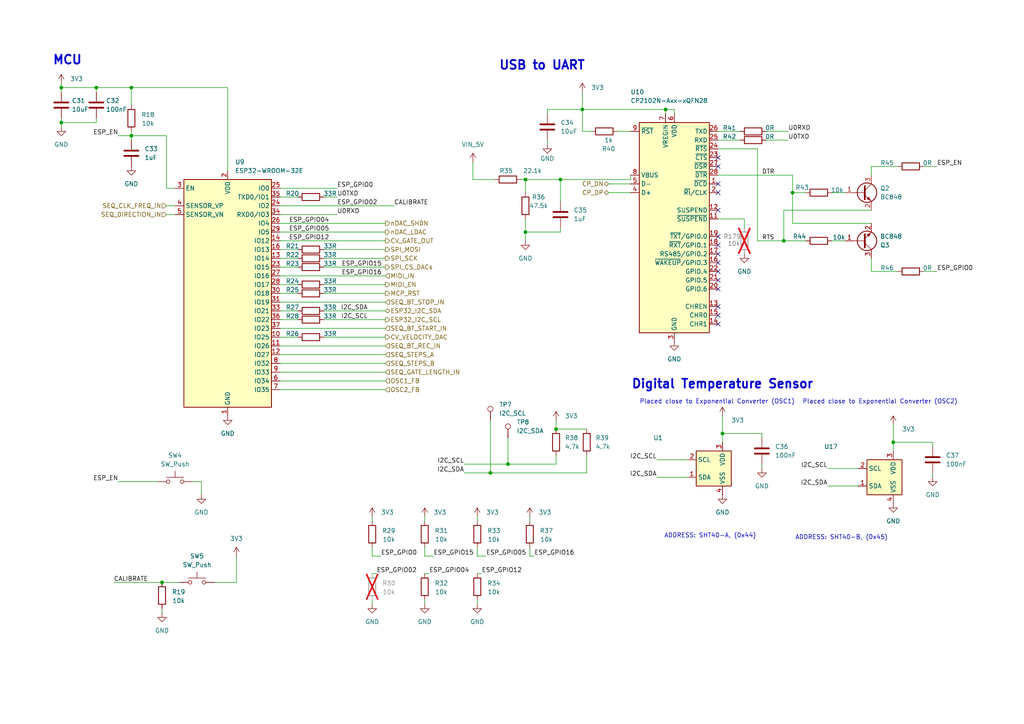
<source format=kicad_sch>
(kicad_sch (version 20250114) (generator "eeschema") (generator_version "9.0")
  (paper "A4")
  (lib_symbols
    (symbol "Connector:TestPoint" (pin_numbers (hide yes)) (pin_names (offset 0.762) (hide yes))
      (property "Reference" "TP" (at 0 6.858 0))
      (property "Value" "TestPoint" (at 0 5.08 0))
      (symbol "TestPoint_0_1"
        (circle (center 0 3.302) (radius 0.762))
      )
      (symbol "TestPoint_1_1"
        (pin passive line (at 0 0 90) (length 2.54) (name "1") (number "1"))
      )
    )
    (symbol "Device:C" (pin_numbers (hide yes)) (pin_names (offset 0.254))
      (property "Reference" "C" (at 0.635 2.54 0))
      (property "Value" "C" (at 0.635 -2.54 0))
      (symbol "C_0_1"
        (polyline (pts (xy -2.032 0.762) (xy 2.032 0.762)) (stroke (width 0.508)))
        (polyline (pts (xy -2.032 -0.762) (xy 2.032 -0.762)) (stroke (width 0.508)))
      )
      (symbol "C_1_1"
        (pin passive line (at 0 3.81 270) (length 2.794) (name "~") (number "1"))
        (pin passive line (at 0 -3.81 90) (length 2.794) (name "~") (number "2"))
      )
    )
    (symbol "Device:R" (pin_numbers (hide yes)) (pin_names (offset 0))
      (property "Reference" "R" (at 2.032 0 90))
      (property "Value" "R" (at 0 0 90))
      (symbol "R_0_1"
        (rectangle (start -1.016 -2.54) (end 1.016 2.54) (stroke (width 0.254)))
      )
      (symbol "R_1_1"
        (pin passive line (at 0 3.81 270) (length 1.27) (name "~") (number "1"))
        (pin passive line (at 0 -3.81 90) (length 1.27) (name "~") (number "2"))
      )
    )
    (symbol "Interface_USB:CP2102N-Axx-xQFN28"
      (property "Reference" "U" (at -8.89 31.75 0))
      (property "Value" "CP2102N-Axx-xQFN28" (at 12.7 31.75 0))
      (symbol "CP2102N-Axx-xQFN28_0_1"
        (rectangle (start -10.16 30.48) (end 10.16 -30.48) (stroke (width 0.254)) (fill (type background)))
      )
      (symbol "CP2102N-Axx-xQFN28_1_1"
        (pin input line (at -12.7 27.94 0) (length 2.54) (name "~{RST}") (number "9"))
        (pin input line (at -12.7 15.24 0) (length 2.54) (name "VBUS") (number "8"))
        (pin bidirectional line (at -12.7 12.7 0) (length 2.54) (name "D-") (number "5"))
        (pin bidirectional line (at -12.7 10.16 0) (length 2.54) (name "D+") (number "4"))
        (pin no_connect line (at -10.16 -27.94 0) (length 2.54) (hide yes) (name "NC") (number "10"))
        (pin power_in line (at -2.54 33.02 270) (length 2.54) (name "VREGIN") (number "7"))
        (pin power_in line (at 0 33.02 270) (length 2.54) (name "VDD") (number "6"))
        (pin passive line (at 0 -33.02 90) (length 2.54) (hide yes) (name "GND") (number "29"))
        (pin power_in line (at 0 -33.02 90) (length 2.54) (name "GND") (number "3"))
        (pin output line (at 12.7 27.94 180) (length 2.54) (name "TXD") (number "26"))
        (pin input line (at 12.7 25.4 180) (length 2.54) (name "RXD") (number "25"))
        (pin output line (at 12.7 22.86 180) (length 2.54) (name "~{RTS}") (number "24"))
        (pin input line (at 12.7 20.32 180) (length 2.54) (name "~{CTS}") (number "23"))
        (pin input line (at 12.7 17.78 180) (length 2.54) (name "~{DSR}") (number "27"))
        (pin output line (at 12.7 15.24 180) (length 2.54) (name "~{DTR}") (number "28"))
        (pin input line (at 12.7 12.7 180) (length 2.54) (name "~{DCD}") (number "1"))
        (pin bidirectional line (at 12.7 10.16 180) (length 2.54) (name "~{RI}/CLK") (number "2"))
        (pin output line (at 12.7 5.08 180) (length 2.54) (name "SUSPEND") (number "12"))
        (pin output line (at 12.7 2.54 180) (length 2.54) (name "~{SUSPEND}") (number "11"))
        (pin bidirectional line (at 12.7 -2.54 180) (length 2.54) (name "~{TXT}/GPIO.0") (number "19"))
        (pin bidirectional line (at 12.7 -5.08 180) (length 2.54) (name "~{RXT}/GPIO.1") (number "18"))
        (pin bidirectional line (at 12.7 -7.62 180) (length 2.54) (name "RS485/GPIO.2") (number "17"))
        (pin bidirectional line (at 12.7 -10.16 180) (length 2.54) (name "~{WAKEUP}/GPIO.3") (number "16"))
        (pin bidirectional line (at 12.7 -12.7 180) (length 2.54) (name "GPIO.4") (number "22"))
        (pin bidirectional line (at 12.7 -15.24 180) (length 2.54) (name "GPIO.5") (number "21"))
        (pin bidirectional line (at 12.7 -17.78 180) (length 2.54) (name "GPIO.6") (number "20"))
        (pin output line (at 12.7 -22.86 180) (length 2.54) (name "CHREN") (number "13"))
        (pin output line (at 12.7 -25.4 180) (length 2.54) (name "CHR0") (number "15"))
        (pin output line (at 12.7 -27.94 180) (length 2.54) (name "CHR1") (number "14"))
      )
    )
    (symbol "RF_Module:ESP32-WROOM-32E"
      (property "Reference" "U" (at -12.7 34.29 0))
      (property "Value" "ESP32-WROOM-32E" (at 1.27 34.29 0))
      (symbol "ESP32-WROOM-32E_0_1"
        (rectangle (start -12.7 33.02) (end 12.7 -33.02) (stroke (width 0.254)) (fill (type background)))
      )
      (symbol "ESP32-WROOM-32E_1_1"
        (pin input line (at -15.24 30.48 0) (length 2.54) (name "EN") (number "3"))
        (pin input line (at -15.24 25.4 0) (length 2.54) (name "SENSOR_VP") (number "4"))
        (pin input line (at -15.24 22.86 0) (length 2.54) (name "SENSOR_VN") (number "5"))
        (pin no_connect line (at -12.7 0 0) (length 2.54) (hide yes) (name "NC") (number "21"))
        (pin no_connect line (at -12.7 -2.54 0) (length 2.54) (hide yes) (name "NC") (number "22"))
        (pin no_connect line (at -12.7 -5.08 0) (length 2.54) (hide yes) (name "NC") (number "17"))
        (pin no_connect line (at -12.7 -7.62 0) (length 2.54) (hide yes) (name "NC") (number "18"))
        (pin no_connect line (at -12.7 -10.16 0) (length 2.54) (hide yes) (name "NC") (number "20"))
        (pin no_connect line (at -12.7 -12.7 0) (length 2.54) (hide yes) (name "NC") (number "19"))
        (pin no_connect line (at -12.7 -27.94 0) (length 2.54) (hide yes) (name "NC") (number "32"))
        (pin power_in line (at 0 35.56 270) (length 2.54) (name "VDD") (number "2"))
        (pin power_in line (at 0 -35.56 90) (length 2.54) (name "GND") (number "1"))
        (pin passive line (at 0 -35.56 90) (length 2.54) (hide yes) (name "GND") (number "15"))
        (pin passive line (at 0 -35.56 90) (length 2.54) (hide yes) (name "GND") (number "38"))
        (pin passive line (at 0 -35.56 90) (length 2.54) (hide yes) (name "GND") (number "39"))
        (pin bidirectional line (at 15.24 30.48 180) (length 2.54) (name "IO0") (number "25"))
        (pin bidirectional line (at 15.24 27.94 180) (length 2.54) (name "TXD0/IO1") (number "35"))
        (pin bidirectional line (at 15.24 25.4 180) (length 2.54) (name "IO2") (number "24"))
        (pin bidirectional line (at 15.24 22.86 180) (length 2.54) (name "RXD0/IO3") (number "34"))
        (pin bidirectional line (at 15.24 20.32 180) (length 2.54) (name "IO4") (number "26"))
        (pin bidirectional line (at 15.24 17.78 180) (length 2.54) (name "IO5") (number "29"))
        (pin bidirectional line (at 15.24 15.24 180) (length 2.54) (name "IO12") (number "14"))
        (pin bidirectional line (at 15.24 12.7 180) (length 2.54) (name "IO13") (number "16"))
        (pin bidirectional line (at 15.24 10.16 180) (length 2.54) (name "IO14") (number "13"))
        (pin bidirectional line (at 15.24 7.62 180) (length 2.54) (name "IO15") (number "23"))
        (pin bidirectional line (at 15.24 5.08 180) (length 2.54) (name "IO16") (number "27"))
        (pin bidirectional line (at 15.24 2.54 180) (length 2.54) (name "IO17") (number "28"))
        (pin bidirectional line (at 15.24 0 180) (length 2.54) (name "IO18") (number "30"))
        (pin bidirectional line (at 15.24 -2.54 180) (length 2.54) (name "IO19") (number "31"))
        (pin bidirectional line (at 15.24 -5.08 180) (length 2.54) (name "IO21") (number "33"))
        (pin bidirectional line (at 15.24 -7.62 180) (length 2.54) (name "IO22") (number "36"))
        (pin bidirectional line (at 15.24 -10.16 180) (length 2.54) (name "IO23") (number "37"))
        (pin bidirectional line (at 15.24 -12.7 180) (length 2.54) (name "IO25") (number "10"))
        (pin bidirectional line (at 15.24 -15.24 180) (length 2.54) (name "IO26") (number "11"))
        (pin bidirectional line (at 15.24 -17.78 180) (length 2.54) (name "IO27") (number "12"))
        (pin bidirectional line (at 15.24 -20.32 180) (length 2.54) (name "IO32") (number "8"))
        (pin bidirectional line (at 15.24 -22.86 180) (length 2.54) (name "IO33") (number "9"))
        (pin input line (at 15.24 -25.4 180) (length 2.54) (name "IO34") (number "6"))
        (pin input line (at 15.24 -27.94 180) (length 2.54) (name "IO35") (number "7"))
      )
    )
    (symbol "Sensor_Humidity:SHT4x"
      (property "Reference" "U" (at 0 8.89 0))
      (property "Value" "SHT4x" (at 0 6.35 0))
      (symbol "SHT4x_1_1"
        (rectangle (start -5.08 5.08) (end 5.08 -5.08) (stroke (width 0.254)) (fill (type background)))
        (pin input line (at -7.62 2.54 0) (length 2.54) (name "SCL") (number "2"))
        (pin bidirectional line (at -7.62 -2.54 0) (length 2.54) (name "SDA") (number "1"))
        (pin power_in line (at 2.54 7.62 270) (length 2.54) (name "VDD") (number "3"))
        (pin power_in line (at 2.54 -7.62 90) (length 2.54) (name "VSS") (number "4"))
      )
    )
    (symbol "Switch:SW_Push" (pin_numbers (hide yes)) (pin_names (offset 1.016) (hide yes))
      (property "Reference" "SW" (at 1.27 2.54 0))
      (property "Value" "SW_Push" (at 0 -1.524 0))
      (symbol "SW_Push_0_1"
        (circle (center -2.032 0) (radius 0.508))
        (polyline (pts (xy 0 1.27) (xy 0 3.048)))
        (circle (center 2.032 0) (radius 0.508))
        (polyline (pts (xy 2.54 1.27) (xy -2.54 1.27)))
        (pin passive line (at -5.08 0 0) (length 2.54) (name "1") (number "1"))
        (pin passive line (at 5.08 0 180) (length 2.54) (name "2") (number "2"))
      )
    )
    (symbol "Transistor_BJT:BC848" (pin_names (offset 0) (hide yes))
      (property "Reference" "Q" (at 5.08 1.905 0))
      (property "Value" "BC848" (at 5.08 0 0))
      (symbol "BC848_0_1"
        (polyline (pts (xy -2.54 0) (xy 0.635 0)))
        (polyline (pts (xy 0.635 1.905) (xy 0.635 -1.905)) (stroke (width 0.508)))
        (circle (center 1.27 0) (radius 2.8194) (stroke (width 0.254)))
      )
      (symbol "BC848_1_1"
        (polyline (pts (xy 0.635 0.635) (xy 2.54 2.54)))
        (polyline (pts (xy 0.635 -0.635) (xy 2.54 -2.54)))
        (polyline (pts (xy 1.27 -1.778) (xy 1.778 -1.27) (xy 2.286 -2.286) (xy 1.27 -1.778)) (fill (type outline)))
        (pin input line (at -5.08 0 0) (length 2.54) (name "B") (number "1"))
        (pin passive line (at 2.54 5.08 270) (length 2.54) (name "C") (number "3"))
        (pin passive line (at 2.54 -5.08 90) (length 2.54) (name "E") (number "2"))
      )
    )
    (symbol "power:+15V" (power) (pin_numbers (hide yes)) (pin_names (offset 0) (hide yes))
      (property "Value" "+15V" (at 0 3.556 0))
      (symbol "+15V_0_1"
        (polyline (pts (xy -0.762 1.27) (xy 0 2.54)))
        (polyline (pts (xy 0 2.54) (xy 0.762 1.27)))
        (polyline (pts (xy 0 0) (xy 0 2.54)))
      )
      (symbol "+15V_1_1"
        (pin power_in line (at 0 0 90) (length 0) (name "~") (number "1"))
      )
    )
    (symbol "power:GND" (power) (pin_numbers (hide yes)) (pin_names (offset 0) (hide yes))
      (property "Value" "GND" (at 0 -3.81 0))
      (symbol "GND_0_1"
        (polyline (pts (xy 0 0) (xy 0 -1.27) (xy 1.27 -1.27) (xy 0 -2.54) (xy -1.27 -1.27) (xy 0 -1.27)))
      )
      (symbol "GND_1_1"
        (pin power_in line (at 0 0 270) (length 0) (name "~") (number "1"))
      )
    )
  )
  (text "ADDRESS: SHT40-A, (0x44)" (at 205.994 155.448 0) (effects (font (size 1.27 1.27))))
  (text "USB to UART" (at 157.226 19.05 0) (effects (font (size 2.54 2.54) (thickness 0.508) (bold yes))))
  (text "Placed close to Exponential Converter (OSC1)" (at 208.026 116.586 0) (effects (font (size 1.27 1.27))))
  (text "Placed close to Exponential Converter (OSC2)" (at 255.27 116.586 0) (effects (font (size 1.27 1.27))))
  (text "ADDRESS: SHT40-B, (0x45)" (at 244.094 155.956 0) (effects (font (size 1.27 1.27))))
  (text "Digital Temperature Sensor" (at 209.55 111.506 0) (effects (font (size 2.54 2.54) (thickness 0.508) (bold yes))))
  (text "MCU" (at 19.558 17.526 0) (effects (font (size 2.54 2.54) (thickness 0.508) (bold yes))))
  (junction (at 168.91 31.75))
  (junction (at 17.78 25.4))
  (junction (at 38.1 39.37))
  (junction (at 38.1 25.4))
  (junction (at 152.4 67.31))
  (junction (at 229.87 55.88))
  (junction (at 142.24 137.16))
  (junction (at 152.4 52.07))
  (junction (at 27.94 25.4))
  (junction (at 46.99 168.91))
  (junction (at 162.56 52.07))
  (junction (at 193.04 31.75))
  (junction (at 17.78 35.56))
  (junction (at 161.29 124.46))
  (junction (at 147.32 134.62))
  (junction (at 259.08 128.27))
  (junction (at 209.55 125.73))
  (junction (at 227.33 69.85))
  (no_connect (at 208.28 93.98))
  (no_connect (at 208.28 53.34))
  (no_connect (at 208.28 48.26))
  (no_connect (at 208.28 83.82))
  (no_connect (at 208.28 73.66))
  (no_connect (at 208.28 71.12))
  (no_connect (at 208.28 60.96))
  (no_connect (at 208.28 81.28))
  (no_connect (at 208.28 91.44))
  (no_connect (at 208.28 68.58))
  (no_connect (at 208.28 45.72))
  (no_connect (at 208.28 78.74))
  (no_connect (at 208.28 55.88))
  (no_connect (at 208.28 88.9))
  (no_connect (at 208.28 76.2))
  (wire (pts (xy 48.26 54.61) (xy 50.8 54.61)))
  (wire (pts (xy 162.56 52.07) (xy 182.88 52.07)))
  (wire (pts (xy 228.6 38.1) (xy 222.25 38.1)))
  (wire (pts (xy 170.18 124.46) (xy 161.29 124.46)))
  (wire (pts (xy 190.5 138.43) (xy 199.39 138.43)))
  (wire (pts (xy 111.76 107.95) (xy 81.28 107.95)))
  (wire (pts (xy 81.28 69.85) (xy 111.76 69.85)))
  (wire (pts (xy 111.76 105.41) (xy 81.28 105.41)))
  (wire (pts (xy 38.1 39.37) (xy 48.26 39.37)))
  (wire (pts (xy 219.71 69.85) (xy 219.71 43.18)))
  (wire (pts (xy 123.19 175.26) (xy 123.19 173.99)))
  (wire (pts (xy 62.23 168.91) (xy 68.58 168.91)))
  (wire (pts (xy 17.78 35.56) (xy 17.78 34.29)))
  (wire (pts (xy 93.98 92.71) (xy 111.76 92.71)))
  (wire (pts (xy 209.55 125.73) (xy 209.55 128.27)))
  (wire (pts (xy 158.75 31.75) (xy 168.91 31.75)))
  (wire (pts (xy 58.42 139.7) (xy 58.42 143.51)))
  (wire (pts (xy 97.79 62.23) (xy 81.28 62.23)))
  (wire (pts (xy 111.76 74.93) (xy 93.98 74.93)))
  (wire (pts (xy 215.9 66.04) (xy 215.9 63.5)))
  (wire (pts (xy 152.4 52.07) (xy 162.56 52.07)))
  (wire (pts (xy 137.16 52.07) (xy 137.16 46.99)))
  (wire (pts (xy 153.67 149.86) (xy 153.67 151.13)))
  (wire (pts (xy 123.19 161.29) (xy 123.19 158.75)))
  (wire (pts (xy 220.98 127) (xy 220.98 125.73)))
  (wire (pts (xy 111.76 110.49) (xy 81.28 110.49)))
  (wire (pts (xy 252.73 78.74) (xy 260.35 78.74)))
  (wire (pts (xy 190.5 133.35) (xy 199.39 133.35)))
  (wire (pts (xy 111.76 102.87) (xy 81.28 102.87)))
  (wire (pts (xy 81.28 92.71) (xy 86.36 92.71)))
  (wire (pts (xy 219.71 43.18) (xy 208.28 43.18)))
  (wire (pts (xy 50.8 62.23) (xy 48.26 62.23)))
  (wire (pts (xy 93.98 77.47) (xy 111.76 77.47)))
  (wire (pts (xy 138.43 175.26) (xy 138.43 173.99)))
  (wire (pts (xy 27.94 35.56) (xy 17.78 35.56)))
  (wire (pts (xy 227.33 69.85) (xy 227.33 60.96)))
  (wire (pts (xy 125.73 161.29) (xy 123.19 161.29)))
  (wire (pts (xy 176.53 53.34) (xy 182.88 53.34)))
  (wire (pts (xy 138.43 149.86) (xy 138.43 151.13)))
  (wire (pts (xy 161.29 134.62) (xy 147.32 134.62)))
  (wire (pts (xy 38.1 40.64) (xy 38.1 39.37)))
  (wire (pts (xy 110.49 161.29) (xy 107.95 161.29)))
  (wire (pts (xy 233.68 69.85) (xy 227.33 69.85)))
  (wire (pts (xy 81.28 64.77) (xy 111.76 64.77)))
  (wire (pts (xy 46.99 177.8) (xy 46.99 176.53)))
  (wire (pts (xy 158.75 41.91) (xy 158.75 40.64)))
  (wire (pts (xy 162.56 67.31) (xy 162.56 66.04)))
  (wire (pts (xy 270.51 129.54) (xy 270.51 128.27)))
  (wire (pts (xy 219.71 69.85) (xy 227.33 69.85)))
  (wire (pts (xy 58.42 139.7) (xy 55.88 139.7)))
  (wire (pts (xy 271.78 48.26) (xy 267.97 48.26)))
  (wire (pts (xy 240.03 140.97) (xy 248.92 140.97)))
  (wire (pts (xy 152.4 67.31) (xy 162.56 67.31)))
  (wire (pts (xy 227.33 60.96) (xy 252.73 60.96)))
  (wire (pts (xy 81.28 67.31) (xy 111.76 67.31)))
  (wire (pts (xy 259.08 123.19) (xy 259.08 128.27)))
  (wire (pts (xy 168.91 31.75) (xy 168.91 38.1)))
  (wire (pts (xy 170.18 137.16) (xy 142.24 137.16)))
  (wire (pts (xy 38.1 25.4) (xy 38.1 30.48)))
  (wire (pts (xy 111.76 80.01) (xy 81.28 80.01)))
  (wire (pts (xy 147.32 127) (xy 147.32 134.62)))
  (wire (pts (xy 259.08 128.27) (xy 270.51 128.27)))
  (wire (pts (xy 270.51 137.16) (xy 270.51 138.43)))
  (wire (pts (xy 17.78 25.4) (xy 17.78 24.13)))
  (wire (pts (xy 195.58 31.75) (xy 195.58 33.02)))
  (wire (pts (xy 33.02 168.91) (xy 46.99 168.91)))
  (wire (pts (xy 111.76 97.79) (xy 93.98 97.79)))
  (wire (pts (xy 46.99 168.91) (xy 52.07 168.91)))
  (wire (pts (xy 229.87 64.77) (xy 229.87 55.88)))
  (wire (pts (xy 179.07 38.1) (xy 182.88 38.1)))
  (wire (pts (xy 161.29 132.08) (xy 161.29 134.62)))
  (wire (pts (xy 152.4 52.07) (xy 151.13 52.07)))
  (wire (pts (xy 245.11 55.88) (xy 241.3 55.88)))
  (wire (pts (xy 252.73 74.93) (xy 252.73 78.74)))
  (wire (pts (xy 111.76 100.33) (xy 81.28 100.33)))
  (wire (pts (xy 107.95 175.26) (xy 107.95 173.99)))
  (wire (pts (xy 168.91 26.67) (xy 168.91 31.75)))
  (wire (pts (xy 142.24 121.92) (xy 142.24 137.16)))
  (wire (pts (xy 107.95 149.86) (xy 107.95 151.13)))
  (wire (pts (xy 252.73 48.26) (xy 260.35 48.26)))
  (wire (pts (xy 176.53 55.88) (xy 182.88 55.88)))
  (wire (pts (xy 27.94 25.4) (xy 17.78 25.4)))
  (wire (pts (xy 208.28 50.8) (xy 229.87 50.8)))
  (wire (pts (xy 220.98 134.62) (xy 220.98 135.89)))
  (wire (pts (xy 154.94 161.29) (xy 153.67 161.29)))
  (wire (pts (xy 81.28 59.69) (xy 114.3 59.69)))
  (wire (pts (xy 170.18 132.08) (xy 170.18 137.16)))
  (wire (pts (xy 68.58 168.91) (xy 68.58 161.29)))
  (wire (pts (xy 66.04 25.4) (xy 66.04 49.53)))
  (wire (pts (xy 109.22 166.37) (xy 107.95 166.37)))
  (wire (pts (xy 86.36 97.79) (xy 81.28 97.79)))
  (wire (pts (xy 215.9 63.5) (xy 208.28 63.5)))
  (wire (pts (xy 86.36 57.15) (xy 81.28 57.15)))
  (wire (pts (xy 158.75 31.75) (xy 158.75 33.02)))
  (wire (pts (xy 38.1 39.37) (xy 38.1 38.1)))
  (wire (pts (xy 193.04 31.75) (xy 193.04 33.02)))
  (wire (pts (xy 81.28 90.17) (xy 86.36 90.17)))
  (wire (pts (xy 168.91 31.75) (xy 193.04 31.75)))
  (wire (pts (xy 209.55 125.73) (xy 220.98 125.73)))
  (wire (pts (xy 152.4 52.07) (xy 152.4 55.88)))
  (wire (pts (xy 86.36 82.55) (xy 81.28 82.55)))
  (wire (pts (xy 252.73 50.8) (xy 252.73 48.26)))
  (wire (pts (xy 259.08 128.27) (xy 259.08 130.81)))
  (wire (pts (xy 27.94 26.67) (xy 27.94 25.4)))
  (wire (pts (xy 152.4 67.31) (xy 152.4 63.5)))
  (wire (pts (xy 228.6 40.64) (xy 222.25 40.64)))
  (wire (pts (xy 152.4 67.31) (xy 152.4 69.85)))
  (wire (pts (xy 81.28 54.61) (xy 97.79 54.61)))
  (wire (pts (xy 171.45 38.1) (xy 168.91 38.1)))
  (wire (pts (xy 162.56 52.07) (xy 162.56 58.42)))
  (wire (pts (xy 229.87 55.88) (xy 233.68 55.88)))
  (wire (pts (xy 140.97 161.29) (xy 138.43 161.29)))
  (wire (pts (xy 214.63 38.1) (xy 208.28 38.1)))
  (wire (pts (xy 245.11 69.85) (xy 241.3 69.85)))
  (wire (pts (xy 124.46 166.37) (xy 123.19 166.37)))
  (wire (pts (xy 81.28 87.63) (xy 111.76 87.63)))
  (wire (pts (xy 229.87 50.8) (xy 229.87 55.88)))
  (wire (pts (xy 111.76 113.03) (xy 81.28 113.03)))
  (wire (pts (xy 111.76 82.55) (xy 93.98 82.55)))
  (wire (pts (xy 209.55 120.65) (xy 209.55 125.73)))
  (wire (pts (xy 17.78 36.83) (xy 17.78 35.56)))
  (wire (pts (xy 138.43 161.29) (xy 138.43 158.75)))
  (wire (pts (xy 17.78 26.67) (xy 17.78 25.4)))
  (wire (pts (xy 137.16 52.07) (xy 143.51 52.07)))
  (wire (pts (xy 97.79 57.15) (xy 93.98 57.15)))
  (wire (pts (xy 48.26 39.37) (xy 48.26 54.61)))
  (wire (pts (xy 123.19 149.86) (xy 123.19 151.13)))
  (wire (pts (xy 50.8 59.69) (xy 48.26 59.69)))
  (wire (pts (xy 38.1 25.4) (xy 66.04 25.4)))
  (wire (pts (xy 161.29 121.92) (xy 161.29 124.46)))
  (wire (pts (xy 86.36 85.09) (xy 81.28 85.09)))
  (wire (pts (xy 271.78 78.74) (xy 267.97 78.74)))
  (wire (pts (xy 142.24 137.16) (xy 134.62 137.16)))
  (wire (pts (xy 240.03 135.89) (xy 248.92 135.89)))
  (wire (pts (xy 81.28 72.39) (xy 86.36 72.39)))
  (wire (pts (xy 34.29 39.37) (xy 38.1 39.37)))
  (wire (pts (xy 147.32 134.62) (xy 134.62 134.62)))
  (wire (pts (xy 252.73 64.77) (xy 229.87 64.77)))
  (wire (pts (xy 182.88 52.07) (xy 182.88 50.8)))
  (wire (pts (xy 27.94 25.4) (xy 38.1 25.4)))
  (wire (pts (xy 214.63 40.64) (xy 208.28 40.64)))
  (wire (pts (xy 81.28 77.47) (xy 86.36 77.47)))
  (wire (pts (xy 153.67 161.29) (xy 153.67 158.75)))
  (wire (pts (xy 107.95 161.29) (xy 107.95 158.75)))
  (wire (pts (xy 27.94 35.56) (xy 27.94 34.29)))
  (wire (pts (xy 111.76 85.09) (xy 93.98 85.09)))
  (wire (pts (xy 193.04 31.75) (xy 195.58 31.75)))
  (wire (pts (xy 139.7 166.37) (xy 138.43 166.37)))
  (wire (pts (xy 86.36 74.93) (xy 81.28 74.93)))
  (wire (pts (xy 34.29 139.7) (xy 45.72 139.7)))
  (wire (pts (xy 111.76 95.25) (xy 81.28 95.25)))
  (wire (pts (xy 93.98 90.17) (xy 111.76 90.17)))
  (wire (pts (xy 111.76 72.39) (xy 93.98 72.39)))
  (label "ESP_GPIO05" (at 140.97 161.29 0))
  (label "ESP_GPIO05" (at 83.82 67.31 0))
  (label "ESP_GPIO15" (at 99.06 77.47 0))
  (label "ESP_GPIO12" (at 139.7 166.37 0))
  (label "I2C_SDA" (at 106.68 90.17 180))
  (label "ESP_EN" (at 34.29 139.7 180))
  (label "ESP_GPIO0" (at 110.49 161.29 0))
  (label "CALIBRATE" (at 33.02 168.91 0))
  (label "I2C_SCL" (at 240.03 135.89 180))
  (label "U0TXD" (at 228.6 40.64 0))
  (label "ESP_GPIO16" (at 154.94 161.29 0))
  (label "ESP_GPIO12" (at 83.82 69.85 0))
  (label "I2C_SCL" (at 106.68 92.71 180))
  (label "I2C_SDA" (at 240.03 140.97 180))
  (label "ESP_GPIO0" (at 271.78 78.74 0))
  (label "ESP_GPIO04" (at 83.82 64.77 0))
  (label "RTS" (at 220.98 69.85 0))
  (label "ESP_GPIO0" (at 97.79 54.61 0))
  (label "ESP_GPIO02" (at 109.22 166.37 0))
  (label "I2C_SCL" (at 134.62 134.62 180))
  (label "DTR" (at 220.98 50.8 0))
  (label "CALIBRATE" (at 114.3 59.69 0))
  (label "ESP_GPIO15" (at 125.73 161.29 0))
  (label "ESP_GPIO16" (at 99.06 80.01 0))
  (label "I2C_SDA" (at 134.62 137.16 180))
  (label "I2C_SDA" (at 190.5 138.43 180))
  (label "U0RXD" (at 97.79 62.23 0))
  (label "ESP_EN" (at 34.29 39.37 180))
  (label "I2C_SCL" (at 190.5 133.35 180))
  (label "ESP_GPIO04" (at 124.46 166.37 0))
  (label "ESP_EN" (at 271.78 48.26 0))
  (label "U0RXD" (at 228.6 38.1 0))
  (label "ESP_GPIO02" (at 97.79 59.69 0))
  (label "U0TXD" (at 97.79 57.15 0))
  (hierarchical_label "SPI_CS_DACs" (shape output) (at 111.76 77.47 0))
  (hierarchical_label "MCP_RST" (shape output) (at 111.76 85.09 0))
  (hierarchical_label "nDAC_SHDN" (shape output) (at 111.76 64.77 0))
  (hierarchical_label "SEQ_BT_START_IN" (shape input) (at 111.76 95.25 0))
  (hierarchical_label "CP_DP" (shape bidirectional) (at 176.53 55.88 180))
  (hierarchical_label "ESP32_I2C_SDA" (shape bidirectional) (at 111.76 90.17 0))
  (hierarchical_label "CV_VELOCITY_DAC" (shape output) (at 111.76 97.79 0))
  (hierarchical_label "CV_GATE_OUT" (shape output) (at 111.76 69.85 0))
  (hierarchical_label "MIDI_IN" (shape input) (at 111.76 80.01 0))
  (hierarchical_label "nDAC_LDAC" (shape output) (at 111.76 67.31 0))
  (hierarchical_label "SEQ_BT_STOP_IN" (shape input) (at 111.76 87.63 0))
  (hierarchical_label "CP_DN" (shape bidirectional) (at 176.53 53.34 180))
  (hierarchical_label "SEQ_CLK_FREQ_IN" (shape input) (at 48.26 59.69 180))
  (hierarchical_label "SEQ_BT_REC_IN" (shape input) (at 111.76 100.33 0))
  (hierarchical_label "MIDI_EN" (shape output) (at 111.76 82.55 0))
  (hierarchical_label "SEQ_GATE_LENGTH_IN" (shape input) (at 111.76 107.95 0))
  (hierarchical_label "SEQ_STEPS_A" (shape input) (at 111.76 102.87 0))
  (hierarchical_label "SPI_MOSI" (shape output) (at 111.76 72.39 0))
  (hierarchical_label "SEQ_DIRECTION_IN" (shape input) (at 48.26 62.23 180))
  (hierarchical_label "OSC1_FB" (shape input) (at 111.76 110.49 0))
  (hierarchical_label "ESP32_I2C_SCL" (shape output) (at 111.76 92.71 0))
  (hierarchical_label "SPI_SCK" (shape output) (at 111.76 74.93 0))
  (hierarchical_label "OSC2_FB" (shape input) (at 111.76 113.03 0))
  (hierarchical_label "SEQ_STEPS_B" (shape input) (at 111.76 105.41 0))
  (symbol (lib_id "Device:C") (at 270.51 133.35 0) (unit 1)
    (property "Reference" "C37" (at 274.32 132.0799 0) (effects (justify left)))
    (property "Value" "100nF" (at 274.32 134.6199 0) (effects (justify left)))
    (property "Description" "Unpolarized capacitor" (effects (hide yes)))
  )
  (symbol (lib_id "Device:R") (at 170.18 128.27 0) (unit 1)
    (property "Reference" "R39" (at 172.72 126.9999 0) (effects (justify left)))
    (property "Value" "4.7k" (at 172.72 129.5399 0) (effects (justify left)))
    (property "Description" "Resistor" (effects (hide yes)))
    (instances (project "midi_vco_module" (path "" (reference "R39") (unit 1))) (project "analog_synth" (path "" (reference "R19") (unit 1))))
  )
  (symbol (lib_id "power:GND") (at 123.19 175.26 0) (unit 1)
    (property "Reference" "#PWR0164" (effects (hide yes)))
    (property "Value" "GND" (at 123.19 180.34 0))
    (property "Description" "Power symbol creates a global label with name \"GND\" , ground" (effects (hide yes)))
  )
  (symbol (lib_id "Device:R") (at 90.17 72.39 90) (unit 1)
    (property "Reference" "R21" (at 84.836 71.374 90))
    (property "Value" "33R" (at 95.758 71.374 90))
    (property "Description" "Resistor" (effects (hide yes)))
  )
  (symbol (lib_id "power:GND") (at 58.42 143.51 0) (unit 1)
    (property "Reference" "#PWR0169" (effects (hide yes)))
    (property "Value" "GND" (at 58.42 148.59 0))
    (property "Description" "Power symbol creates a global label with name \"GND\" , ground" (effects (hide yes)))
  )
  (symbol (lib_id "Device:R") (at 237.49 69.85 90) (unit 1)
    (property "Reference" "R44" (at 231.902 68.58 90))
    (property "Value" "10k" (at 243.332 68.834 90))
    (property "Description" "Resistor" (effects (hide yes)))
    (instances (project "midi_vco_module" (path "" (reference "R44") (unit 1))) (project "analog_synth" (path "" (reference "R23") (unit 1))))
  )
  (symbol (lib_id "power:+15V") (at 209.55 120.65 0) (unit 1)
    (property "Reference" "#PWR0174" (effects (hide yes)))
    (property "Value" "3V3" (at 212.09 121.9199 0) (effects (justify left)))
    (property "Description" "Power symbol creates a global label with name \"+15V\"" (effects (hide yes)))
  )
  (symbol (lib_id "Device:C") (at 162.56 62.23 0) (unit 1)
    (property "Reference" "C35" (at 166.37 60.9599 0) (effects (justify left)))
    (property "Value" "1uF" (at 166.37 63.4999 0) (effects (justify left)))
    (property "Description" "Unpolarized capacitor" (effects (hide yes)))
    (instances (project "midi_vco_module" (path "" (reference "C35") (unit 1))) (project "analog_synth" (path "" (reference "C26") (unit 1))))
  )
  (symbol (lib_id "power:GND") (at 17.78 36.83 0) (unit 1)
    (property "Reference" "#PWR0162" (effects (hide yes)))
    (property "Value" "GND" (at 17.78 41.91 0))
    (property "Description" "Power symbol creates a global label with name \"GND\" , ground" (effects (hide yes)))
    (instances (project "midi_vco_module" (path "" (reference "#PWR0162") (unit 1))) (project "analog_synth" (path "" (reference "#PWR054") (unit 1))))
  )
  (symbol (lib_id "power:GND") (at 46.99 177.8 0) (unit 1)
    (property "Reference" "#PWR0170" (effects (hide yes)))
    (property "Value" "GND" (at 46.99 182.88 0))
    (property "Description" "Power symbol creates a global label with name \"GND\" , ground" (effects (hide yes)))
  )
  (symbol (lib_id "Device:R") (at 147.32 52.07 90) (unit 1)
    (property "Reference" "R35" (at 146.812 49.53 90))
    (property "Value" "22.1k" (at 154.432 49.53 90))
    (property "Description" "Resistor" (effects (hide yes)))
    (instances (project "midi_vco_module" (path "" (reference "R35") (unit 1))) (project "analog_synth" (path "" (reference "R15") (unit 1))))
  )
  (symbol (lib_id "power:+15V") (at 138.43 149.86 0) (unit 1)
    (property "Reference" "#PWR0177" (effects (hide yes)))
    (property "Value" "3V3" (at 140.97 148.5899 0) (effects (justify left)))
    (property "Description" "Power symbol creates a global label with name \"+15V\"" (effects (hide yes)))
  )
  (symbol (lib_id "Device:R") (at 90.17 97.79 90) (unit 1)
    (property "Reference" "R26" (at 84.836 96.774 90))
    (property "Value" "33R" (at 95.758 96.774 90))
    (property "Description" "Resistor" (effects (hide yes)))
  )
  (symbol (lib_id "Device:R") (at 107.95 154.94 180) (unit 1)
    (property "Reference" "R29" (at 112.776 153.924 0))
    (property "Value" "10k" (at 112.776 156.464 0))
    (property "Description" "Resistor" (effects (hide yes)))
  )
  (symbol (lib_id "power:GND") (at 66.04 120.65 0) (unit 1)
    (property "Reference" "#PWR0160" (effects (hide yes)))
    (property "Value" "GND" (at 66.04 125.73 0))
    (property "Description" "Power symbol creates a global label with name \"GND\" , ground" (effects (hide yes)))
    (instances (project "midi_vco_module" (path "" (reference "#PWR0160") (unit 1))) (project "analog_synth" (path "" (reference "#PWR056") (unit 1))))
  )
  (symbol (lib_id "power:GND") (at 259.08 146.05 0) (unit 1)
    (property "Reference" "#PWR0184" (effects (hide yes)))
    (property "Value" "GND" (at 259.08 151.13 0))
    (property "Description" "Power symbol creates a global label with name \"GND\" , ground" (effects (hide yes)))
  )
  (symbol (lib_id "power:GND") (at 152.4 69.85 0) (unit 1)
    (property "Reference" "#PWR0178" (effects (hide yes)))
    (property "Value" "GND" (at 152.4 74.93 0))
    (property "Description" "Power symbol creates a global label with name \"GND\" , ground" (effects (hide yes)))
    (instances (project "midi_vco_module" (path "" (reference "#PWR0178") (unit 1))) (project "analog_synth" (path "" (reference "#PWR058") (unit 1))))
  )
  (symbol (lib_id "power:+15V") (at 161.29 121.92 0) (unit 1)
    (property "Reference" "#PWR0172" (effects (hide yes)))
    (property "Value" "3V3" (at 163.83 120.6499 0) (effects (justify left)))
    (property "Description" "Power symbol creates a global label with name \"+15V\"" (effects (hide yes)))
    (instances (project "midi_vco_module" (path "" (reference "#PWR0172") (unit 1))) (project "analog_synth" (path "" (reference "#PWR061") (unit 1))))
  )
  (symbol (lib_id "power:GND") (at 215.9 73.66 0) (unit 1)
    (property "Reference" "#PWR014" (effects (hide yes)))
    (property "Value" "GND" (at 215.9 78.74 0))
    (property "Description" "Power symbol creates a global label with name \"GND\" , ground" (effects (hide yes)))
  )
  (symbol (lib_id "power:+15V") (at 168.91 26.67 0) (unit 1)
    (property "Reference" "#PWR0179" (effects (hide yes)))
    (property "Value" "3V3" (at 171.45 25.3999 0) (effects (justify left)))
    (property "Description" "Power symbol creates a global label with name \"+15V\"" (effects (hide yes)))
    (instances (project "midi_vco_module" (path "" (reference "#PWR0179") (unit 1))) (project "analog_synth" (path "" (reference "#PWR060") (unit 1))))
  )
  (symbol (lib_id "Device:R") (at 264.16 48.26 270) (unit 1)
    (property "Reference" "R45" (at 257.302 47.244 90))
    (property "Value" "0R" (at 268.986 47.244 90))
    (property "Description" "Resistor" (effects (hide yes)))
    (instances (project "midi_vco_module" (path "" (reference "R45") (unit 1))) (project "analog_synth" (path "" (reference "R24") (unit 1))))
  )
  (symbol (lib_id "power:GND") (at 158.75 41.91 0) (unit 1)
    (property "Reference" "#PWR0180" (effects (hide yes)))
    (property "Value" "GND" (at 158.75 45.974 0))
    (property "Description" "Power symbol creates a global label with name \"GND\" , ground" (effects (hide yes)))
    (instances (project "midi_vco_module" (path "" (reference "#PWR0180") (unit 1))) (project "analog_synth" (path "" (reference "#PWR059") (unit 1))))
  )
  (symbol (lib_id "Device:R") (at 161.29 128.27 0) (unit 1)
    (property "Reference" "R38" (at 163.83 126.9999 0) (effects (justify left)))
    (property "Value" "4.7k" (at 163.83 129.5399 0) (effects (justify left)))
    (property "Description" "Resistor" (effects (hide yes)))
    (instances (project "midi_vco_module" (path "" (reference "R38") (unit 1))) (project "analog_synth" (path "" (reference "R18") (unit 1))))
  )
  (symbol (lib_id "Device:R") (at 215.9 69.85 180) (unit 1) (dnp yes)
    (property "Reference" "R179" (at 212.344 68.58 0))
    (property "Value" "10k" (at 212.852 70.612 0))
    (property "Description" "Resistor" (effects (hide yes)))
  )
  (symbol (lib_id "Switch:SW_Push") (at 57.15 168.91 0) (unit 1)
    (property "Reference" "SW5" (at 57.15 161.29 0))
    (property "Value" "SW_Push" (at 57.15 163.83 0))
    (property "Description" "Push button switch, generic, two pins" (effects (hide yes)))
  )
  (symbol (lib_id "Device:R") (at 90.17 74.93 90) (unit 1)
    (property "Reference" "R22" (at 84.836 73.914 90))
    (property "Value" "33R" (at 95.758 73.914 90))
    (property "Description" "Resistor" (effects (hide yes)))
  )
  (symbol (lib_id "Device:R") (at 153.67 154.94 180) (unit 1)
    (property "Reference" "R37" (at 158.496 153.924 0))
    (property "Value" "10k" (at 158.496 156.464 0))
    (property "Description" "Resistor" (effects (hide yes)))
  )
  (symbol (lib_id "power:GND") (at 220.98 135.89 0) (unit 1)
    (property "Reference" "#PWR0176" (effects (hide yes)))
    (property "Value" "GND" (at 220.98 140.97 0))
    (property "Description" "Power symbol creates a global label with name \"GND\" , ground" (effects (hide yes)))
  )
  (symbol (lib_id "Device:C") (at 158.75 36.83 0) (unit 1)
    (property "Reference" "C34" (at 162.56 35.5599 0) (effects (justify left)))
    (property "Value" "10uF" (at 162.56 38.0999 0) (effects (justify left)))
    (property "Footprint" "Capacitor_SMD:C_0402_1005Metric" (effects (hide yes)))
    (property "Description" "Unpolarized capacitor" (effects (hide yes)))
    (instances (project "midi_vco_module" (path "" (reference "C34") (unit 1))) (project "analog_synth" (path "" (reference "C27") (unit 1))))
  )
  (symbol (lib_id "Device:R") (at 90.17 77.47 90) (unit 1)
    (property "Reference" "R23" (at 84.836 76.454 90))
    (property "Value" "33R" (at 95.758 76.454 90))
    (property "Description" "Resistor" (effects (hide yes)))
  )
  (symbol (lib_id "Device:C") (at 27.94 30.48 0) (unit 1)
    (property "Reference" "C32" (at 30.734 29.21 0) (effects (justify left)))
    (property "Value" "100nF" (at 30.734 31.75 0) (effects (justify left)))
    (property "Description" "Unpolarized capacitor" (effects (hide yes)))
    (instances (project "midi_vco_module" (path "" (reference "C32") (unit 1))) (project "analog_synth" (path "" (reference "C24") (unit 1))))
  )
  (symbol (lib_id "power:+15V") (at 107.95 149.86 0) (unit 1)
    (property "Reference" "#PWR0171" (effects (hide yes)))
    (property "Value" "3V3" (at 110.49 148.5899 0) (effects (justify left)))
    (property "Description" "Power symbol creates a global label with name \"+15V\"" (effects (hide yes)))
  )
  (symbol (lib_id "Device:R") (at 90.17 92.71 90) (unit 1)
    (property "Reference" "R28" (at 84.836 91.694 90))
    (property "Value" "33R" (at 95.758 91.694 90))
    (property "Description" "Resistor" (effects (hide yes)))
  )
  (symbol (lib_id "Device:R") (at 138.43 154.94 180) (unit 1)
    (property "Reference" "R33" (at 143.256 153.924 0))
    (property "Value" "10k" (at 143.256 156.464 0))
    (property "Description" "Resistor" (effects (hide yes)))
  )
  (symbol (lib_id "Device:R") (at 152.4 59.69 0) (unit 1)
    (property "Reference" "R36" (at 156.21 57.15 0))
    (property "Value" "47.5k" (at 156.21 59.69 0))
    (property "Description" "Resistor" (effects (hide yes)))
    (instances (project "midi_vco_module" (path "" (reference "R36") (unit 1))) (project "analog_synth" (path "" (reference "R16") (unit 1))))
  )
  (symbol (lib_id "Transistor_BJT:BC848") (at 250.19 69.85 0) (mirror x) (unit 1)
    (property "Reference" "Q3" (at 255.27 71.1201 0) (effects (justify left)))
    (property "Value" "BC848" (at 255.27 68.5801 0) (effects (justify left)))
    (property "Footprint" "Package_TO_SOT_SMD:SOT-23" (effects (hide yes)))
    (property "Datasheet" "http://www.infineon.com/dgdl/Infineon-BC847SERIES_BC848SERIES_BC849SERIES_BC850SERIES-DS-v01_01-en.pdf?fileId=db3a304314dca389011541d4630a1657" (effects (hide yes)))
    (property "Description" "0.1A Ic, 30V Vce, NPN Transistor, SOT-23" (effects (hide yes)))
  )
  (symbol (lib_id "Device:R") (at 123.19 170.18 180) (unit 1)
    (property "Reference" "R32" (at 128.016 169.164 0))
    (property "Value" "10k" (at 128.016 171.704 0))
    (property "Description" "Resistor" (effects (hide yes)))
  )
  (symbol (lib_id "power:GND") (at 138.43 175.26 0) (unit 1)
    (property "Reference" "#PWR0165" (effects (hide yes)))
    (property "Value" "GND" (at 138.43 180.34 0))
    (property "Description" "Power symbol creates a global label with name \"GND\" , ground" (effects (hide yes)))
  )
  (symbol (lib_id "Device:R") (at 90.17 85.09 90) (unit 1)
    (property "Reference" "R25" (at 84.836 84.074 90))
    (property "Value" "33R" (at 95.758 84.074 90))
    (property "Description" "Resistor" (effects (hide yes)))
  )
  (symbol (lib_id "Switch:SW_Push") (at 50.8 139.7 0) (unit 1)
    (property "Reference" "SW4" (at 50.8 132.08 0))
    (property "Value" "SW_Push" (at 50.8 134.62 0))
    (property "Description" "Push button switch, generic, two pins" (effects (hide yes)))
  )
  (symbol (lib_id "Device:R") (at 175.26 38.1 270) (unit 1)
    (property "Reference" "R40" (at 176.53 43.18 90))
    (property "Value" "1k" (at 176.53 40.64 90))
    (property "Description" "Resistor" (effects (hide yes)))
    (instances (project "midi_vco_module" (path "" (reference "R40") (unit 1))) (project "analog_synth" (path "" (reference "R17") (unit 1))))
  )
  (symbol (lib_id "power:GND") (at 209.55 143.51 0) (unit 1)
    (property "Reference" "#PWR0175" (effects (hide yes)))
    (property "Value" "GND" (at 209.55 148.59 0))
    (property "Description" "Power symbol creates a global label with name \"GND\" , ground" (effects (hide yes)))
  )
  (symbol (lib_id "Transistor_BJT:BC848") (at 250.19 55.88 0) (unit 1)
    (property "Reference" "Q2" (at 255.27 54.6099 0) (effects (justify left)))
    (property "Value" "BC848" (at 255.27 57.1499 0) (effects (justify left)))
    (property "Footprint" "Package_TO_SOT_SMD:SOT-23" (effects (hide yes)))
    (property "Datasheet" "http://www.infineon.com/dgdl/Infineon-BC847SERIES_BC848SERIES_BC849SERIES_BC850SERIES-DS-v01_01-en.pdf?fileId=db3a304314dca389011541d4630a1657" (effects (hide yes)))
    (property "Description" "0.1A Ic, 30V Vce, NPN Transistor, SOT-23" (effects (hide yes)))
  )
  (symbol (lib_id "Device:R") (at 218.44 40.64 270) (unit 1)
    (property "Reference" "R42" (at 211.582 39.624 90))
    (property "Value" "0R" (at 223.266 39.624 90))
    (property "Description" "Resistor" (effects (hide yes)))
    (instances (project "midi_vco_module" (path "" (reference "R42") (unit 1))) (project "analog_synth" (path "" (reference "R21") (unit 1))))
  )
  (symbol (lib_id "Device:C") (at 220.98 130.81 0) (unit 1)
    (property "Reference" "C36" (at 224.79 129.5399 0) (effects (justify left)))
    (property "Value" "100nF" (at 224.79 132.0799 0) (effects (justify left)))
    (property "Description" "Unpolarized capacitor" (effects (hide yes)))
  )
  (symbol (lib_id "Sensor_Humidity:SHT4x") (at 256.54 138.43 0) (unit 1)
    (property "Reference" "U17" (at 239.014 129.54 0) (effects (justify left)))
    (property "Value" "SHT4x" (effects (hide yes)))
    (property "Footprint" "Sensor_Humidity:Sensirion_DFN-4_1.5x1.5mm_P0.8mm_SHT4x_NoCentralPad" (effects (hide yes)))
    (property "Datasheet" "https://sensirion.com/media/documents/33FD6951/624C4357/Datasheet_SHT4x.pdf" (effects (hide yes)))
    (property "Description" "Digital Humidity and Temperature Sensor, ±1%RH, ±0.1°C, I2C, 1.08-3.6V, 16bit, DFN-4" (effects (hide yes)))
    (property "Manufacturer" "SENSIRION" (effects (hide yes)))
    (property "Manufacturer PartNumer" "SHT40-BD1B-R3" (effects (hide yes)))
  )
  (symbol (lib_id "RF_Module:ESP32-WROOM-32E") (at 66.04 85.09 0) (unit 1)
    (property "Reference" "U9" (at 68.1833 46.99 0) (effects (justify left)))
    (property "Value" "ESP32-WROOM-32E" (at 68.1833 49.53 0) (effects (justify left)))
    (property "Footprint" "RF_Module:ESP32-WROOM-32D" (effects (hide yes)))
    (property "Datasheet" "https://www.espressif.com/sites/default/files/documentation/esp32-wroom-32e_esp32-wroom-32ue_datasheet_en.pdf" (effects (hide yes)))
    (property "Description" "RF Module, ESP32-D0WD-V3 SoC, without PSRAM, Wi-Fi 802.11b/g/n, Bluetooth, BLE, 32-bit, 2.7-3.6V, onboard antenna, SMD" (effects (hide yes)))
  )
  (symbol (lib_id "Device:C") (at 38.1 44.45 0) (unit 1)
    (property "Reference" "C33" (at 41.91 43.1799 0) (effects (justify left)))
    (property "Value" "1uF" (at 41.91 45.7199 0) (effects (justify left)))
    (property "Description" "Unpolarized capacitor" (effects (hide yes)))
    (instances (project "midi_vco_module" (path "" (reference "C33") (unit 1))) (project "analog_synth" (path "" (reference "C25") (unit 1))))
  )
  (symbol (lib_id "Connector:TestPoint") (at 147.32 127 0) (unit 1)
    (property "Reference" "TP8" (at 149.86 122.4279 0) (effects (justify left)))
    (property "Value" "I2C_SDA" (at 149.86 124.9679 0) (effects (justify left)))
    (property "Description" "test point" (effects (hide yes)))
  )
  (symbol (lib_id "Device:R") (at 90.17 82.55 90) (unit 1)
    (property "Reference" "R24" (at 84.836 81.534 90))
    (property "Value" "33R" (at 95.758 81.534 90))
    (property "Description" "Resistor" (effects (hide yes)))
  )
  (symbol (lib_id "Sensor_Humidity:SHT4x") (at 207.01 135.89 0) (unit 1)
    (property "Reference" "U1" (at 189.484 127 0) (effects (justify left)))
    (property "Value" "SHT4x" (effects (hide yes)))
    (property "Footprint" "Sensor_Humidity:Sensirion_DFN-4_1.5x1.5mm_P0.8mm_SHT4x_NoCentralPad" (effects (hide yes)))
    (property "Datasheet" "https://sensirion.com/media/documents/33FD6951/624C4357/Datasheet_SHT4x.pdf" (effects (hide yes)))
    (property "Description" "Digital Humidity and Temperature Sensor, ±1%RH, ±0.1°C, I2C, 1.08-3.6V, 16bit, DFN-4" (effects (hide yes)))
    (property "Manufacturer" "SENSIRION" (effects (hide yes)))
    (property "Manufacturer PartNumer" "SHT40-AD1B-R3" (effects (hide yes)))
  )
  (symbol (lib_id "Device:R") (at 264.16 78.74 270) (unit 1)
    (property "Reference" "R46" (at 257.302 77.724 90))
    (property "Value" "0R" (at 268.986 77.724 90))
    (property "Description" "Resistor" (effects (hide yes)))
    (instances (project "midi_vco_module" (path "" (reference "R46") (unit 1))) (project "analog_synth" (path "" (reference "R25") (unit 1))))
  )
  (symbol (lib_id "Device:R") (at 107.95 170.18 180) (unit 1) (dnp yes)
    (property "Reference" "R30" (at 112.776 169.164 0))
    (property "Value" "10k" (at 112.776 171.704 0))
    (property "Description" "Resistor" (effects (hide yes)))
  )
  (symbol (lib_id "power:+15V") (at 137.16 46.99 0) (unit 1)
    (property "Reference" "#PWR013" (effects (hide yes)))
    (property "Value" "VIN_5V" (at 137.16 41.91 0))
    (property "Description" "Power symbol creates a global label with name \"+15V\"" (effects (hide yes)))
  )
  (symbol (lib_id "Device:R") (at 123.19 154.94 180) (unit 1)
    (property "Reference" "R31" (at 128.016 153.924 0))
    (property "Value" "10k" (at 128.016 156.464 0))
    (property "Description" "Resistor" (effects (hide yes)))
  )
  (symbol (lib_id "Interface_USB:CP2102N-Axx-xQFN28") (at 195.58 66.04 0) (unit 1)
    (property "Reference" "U10" (at 182.88 26.67 0) (effects (justify left)))
    (property "Value" "CP2102N-Axx-xQFN28" (at 182.88 29.21 0) (effects (justify left)))
    (property "Footprint" "Package_DFN_QFN:QFN-28-1EP_5x5mm_P0.5mm_EP3.35x3.35mm" (effects (hide yes)))
    (property "Datasheet" "https://www.silabs.com/documents/public/data-sheets/cp2102n-datasheet.pdf" (effects (hide yes)))
    (property "Description" "USB to UART master bridge, QFN-28" (effects (hide yes)))
    (instances (project "midi_vco_module" (path "" (reference "U10") (unit 1))) (project "" (path "" (reference "U9") (unit 1))))
  )
  (symbol (lib_id "power:GND") (at 195.58 99.06 0) (unit 1)
    (property "Reference" "#PWR0182" (effects (hide yes)))
    (property "Value" "GND" (at 195.58 104.14 0))
    (property "Description" "Power symbol creates a global label with name \"GND\" , ground" (effects (hide yes)))
    (instances (project "midi_vco_module" (path "" (reference "#PWR0182") (unit 1))) (project "analog_synth" (path "" (reference "#PWR062") (unit 1))))
  )
  (symbol (lib_id "Device:R") (at 218.44 38.1 270) (unit 1)
    (property "Reference" "R41" (at 211.582 37.084 90))
    (property "Value" "0R" (at 223.266 37.084 90))
    (property "Description" "Resistor" (effects (hide yes)))
    (instances (project "midi_vco_module" (path "" (reference "R41") (unit 1))) (project "analog_synth" (path "" (reference "R20") (unit 1))))
  )
  (symbol (lib_id "power:+15V") (at 123.19 149.86 0) (unit 1)
    (property "Reference" "#PWR0166" (effects (hide yes)))
    (property "Value" "3V3" (at 125.73 148.5899 0) (effects (justify left)))
    (property "Description" "Power symbol creates a global label with name \"+15V\"" (effects (hide yes)))
  )
  (symbol (lib_id "Device:C") (at 17.78 30.48 0) (unit 1)
    (property "Reference" "C31" (at 20.828 29.21 0) (effects (justify left)))
    (property "Value" "10uF" (at 20.828 31.75 0) (effects (justify left)))
    (property "Footprint" "Capacitor_SMD:C_0402_1005Metric" (effects (hide yes)))
    (property "Description" "Unpolarized capacitor" (effects (hide yes)))
    (instances (project "midi_vco_module" (path "" (reference "C31") (unit 1))) (project "analog_synth" (path "" (reference "C23") (unit 1))))
  )
  (symbol (lib_id "power:GND") (at 38.1 48.26 0) (unit 1)
    (property "Reference" "#PWR0163" (effects (hide yes)))
    (property "Value" "GND" (at 38.1 53.34 0))
    (property "Description" "Power symbol creates a global label with name \"GND\" , ground" (effects (hide yes)))
    (instances (project "midi_vco_module" (path "" (reference "#PWR0163") (unit 1))) (project "analog_synth" (path "" (reference "#PWR055") (unit 1))))
  )
  (symbol (lib_id "Device:R") (at 138.43 170.18 180) (unit 1)
    (property "Reference" "R34" (at 143.256 169.164 0))
    (property "Value" "10k" (at 143.256 171.704 0))
    (property "Description" "Resistor" (effects (hide yes)))
  )
  (symbol (lib_id "Connector:TestPoint") (at 142.24 121.92 0) (unit 1)
    (property "Reference" "TP7" (at 144.78 117.3479 0) (effects (justify left)))
    (property "Value" "I2C_SCL" (at 144.78 119.8879 0) (effects (justify left)))
    (property "Description" "test point" (effects (hide yes)))
  )
  (symbol (lib_id "power:+15V") (at 17.78 24.13 0) (unit 1)
    (property "Reference" "#PWR0161" (effects (hide yes)))
    (property "Value" "3V3" (at 20.32 22.8599 0) (effects (justify left)))
    (property "Description" "Power symbol creates a global label with name \"+15V\"" (effects (hide yes)))
    (instances (project "midi_vco_module" (path "" (reference "#PWR0161") (unit 1))) (project "analog_synth" (path "" (reference "#PWR053") (unit 1))))
  )
  (symbol (lib_id "power:GND") (at 270.51 138.43 0) (unit 1)
    (property "Reference" "#PWR0185" (effects (hide yes)))
    (property "Value" "GND" (at 270.51 143.51 0))
    (property "Description" "Power symbol creates a global label with name \"GND\" , ground" (effects (hide yes)))
  )
  (symbol (lib_id "power:+15V") (at 68.58 161.29 0) (unit 1)
    (property "Reference" "#PWR0168" (effects (hide yes)))
    (property "Value" "3V3" (at 68.58 156.21 0))
    (property "Description" "Power symbol creates a global label with name \"+15V\"" (effects (hide yes)))
  )
  (symbol (lib_id "Device:R") (at 46.99 172.72 180) (unit 1)
    (property "Reference" "R19" (at 51.816 171.704 0))
    (property "Value" "10k" (at 51.816 174.244 0))
    (property "Description" "Resistor" (effects (hide yes)))
  )
  (symbol (lib_id "Device:R") (at 90.17 90.17 90) (unit 1)
    (property "Reference" "R27" (at 84.836 89.154 90))
    (property "Value" "33R" (at 95.758 89.154 90))
    (property "Description" "Resistor" (effects (hide yes)))
  )
  (symbol (lib_id "power:+15V") (at 153.67 149.86 0) (unit 1)
    (property "Reference" "#PWR0173" (effects (hide yes)))
    (property "Value" "3V3" (at 156.21 148.5899 0) (effects (justify left)))
    (property "Description" "Power symbol creates a global label with name \"+15V\"" (effects (hide yes)))
  )
  (symbol (lib_id "power:GND") (at 107.95 175.26 0) (unit 1)
    (property "Reference" "#PWR0167" (effects (hide yes)))
    (property "Value" "GND" (at 107.95 180.34 0))
    (property "Description" "Power symbol creates a global label with name \"GND\" , ground" (effects (hide yes)))
  )
  (symbol (lib_id "Device:R") (at 38.1 34.29 180) (unit 1)
    (property "Reference" "R18" (at 42.926 33.274 0))
    (property "Value" "10k" (at 42.926 35.814 0))
    (property "Description" "Resistor" (effects (hide yes)))
    (instances (project "midi_vco_module" (path "" (reference "R18") (unit 1))) (project "analog_synth" (path "" (reference "R14") (unit 1))))
  )
  (symbol (lib_id "power:+15V") (at 259.08 123.19 0) (unit 1)
    (property "Reference" "#PWR0183" (effects (hide yes)))
    (property "Value" "3V3" (at 261.62 124.4599 0) (effects (justify left)))
    (property "Description" "Power symbol creates a global label with name \"+15V\"" (effects (hide yes)))
  )
  (symbol (lib_id "Device:R") (at 237.49 55.88 90) (unit 1)
    (property "Reference" "R43" (at 232.664 54.356 90))
    (property "Value" "10k" (at 242.824 55.118 90))
    (property "Description" "Resistor" (effects (hide yes)))
    (instances (project "midi_vco_module" (path "" (reference "R43") (unit 1))) (project "analog_synth" (path "" (reference "R22") (unit 1))))
  )
  (symbol (lib_id "Device:R") (at 90.17 57.15 90) (unit 1)
    (property "Reference" "R20" (at 84.836 56.134 90))
    (property "Value" "33R" (at 95.758 56.134 90))
    (property "Description" "Resistor" (effects (hide yes)))
  )
)
</source>
